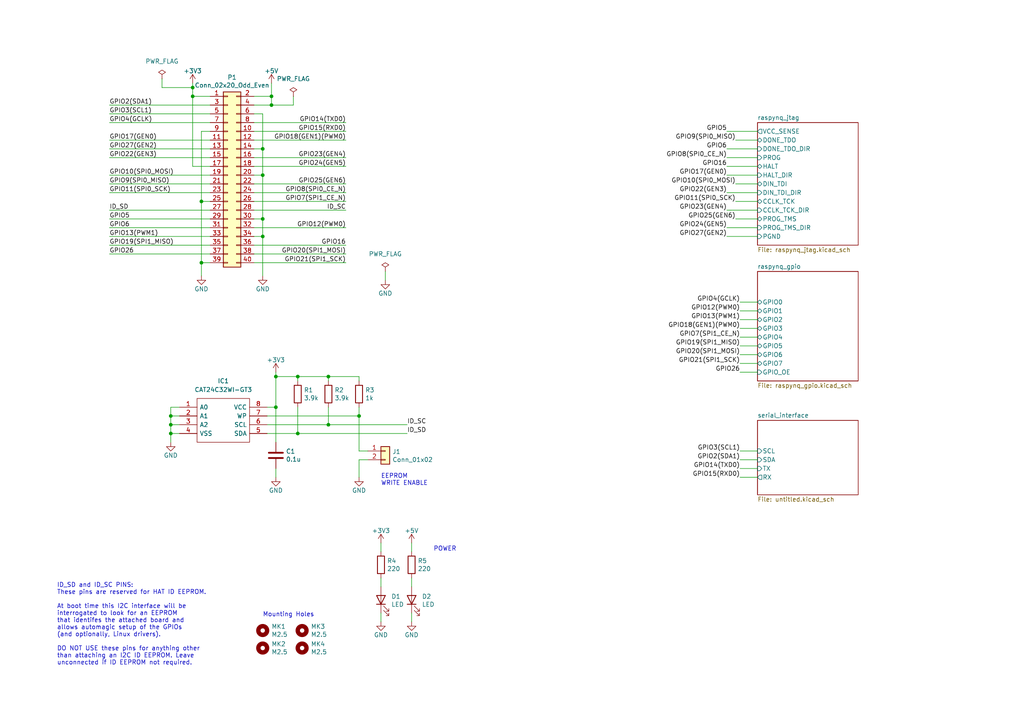
<source format=kicad_sch>
(kicad_sch (version 20211123) (generator eeschema)
  (paper "A4")
  (title_block (date "15 nov 2012"))
  (lib_symbols
    (symbol "CAT24C32WI-GT3_1" (pin_names (offset 0.762))
      (property "Reference" "IC" (at 21.59 7.62 0))
      (property "Value" "CAT24C32WI-GT3_1" (at 21.59 5.08 0))
      (symbol "CAT24C32WI-GT3_1_0_0"
        (pin passive line (at 0 0 0) (length 5.08) (name "A0") (number "1"))
        (pin passive line (at 0 -2.54 0) (length 5.08) (name "A1") (number "2"))
        (pin passive line (at 0 -5.08 0) (length 5.08) (name "A2") (number "3"))
        (pin power_in line (at 0 -7.62 0) (length 5.08) (name "VSS") (number "4"))
        (pin passive line (at 25.4 -7.62 180) (length 5.08) (name "SDA") (number "5"))
        (pin passive line (at 25.4 -5.08 180) (length 5.08) (name "SCL") (number "6"))
        (pin passive line (at 25.4 -2.54 180) (length 5.08) (name "WP") (number "7"))
        (pin power_in line (at 25.4 0 180) (length 5.08) (name "VCC") (number "8"))
      )
      (symbol "CAT24C32WI-GT3_1_0_1"
        (polyline (pts (xy 5.08 2.54) (xy 20.32 2.54) (xy 20.32 -10.16) (xy 5.08 -10.16) (xy 5.08 2.54)) (stroke (width 0.1524)))
      )
    )
    (symbol "Connector_Generic:Conn_01x02" (pin_names (offset 1.016) hide)
      (property "Reference" "J" (at 0 2.54 0))
      (property "Value" "Conn_01x02" (at 0 -5.08 0))
      (symbol "Conn_01x02_1_1"
        (rectangle (start -1.27 -2.413) (end 0 -2.667) (stroke (width 0.1524)))
        (rectangle (start -1.27 0.127) (end 0 -0.127) (stroke (width 0.1524)))
        (rectangle (start -1.27 1.27) (end 1.27 -3.81) (stroke (width 0.254)) (fill (type background)))
        (pin passive line (at -5.08 0 0) (length 3.81) (name "Pin_1") (number "1"))
        (pin passive line (at -5.08 -2.54 0) (length 3.81) (name "Pin_2") (number "2"))
      )
    )
    (symbol "Connector_Generic:Conn_02x20_Odd_Even" (pin_names (offset 1.016) hide)
      (property "Reference" "J" (at 1.27 25.4 0))
      (property "Value" "Conn_02x20_Odd_Even" (at 1.27 -27.94 0))
      (symbol "Conn_02x20_Odd_Even_1_1"
        (rectangle (start -1.27 -25.273) (end 0 -25.527) (stroke (width 0.1524)))
        (rectangle (start -1.27 -22.733) (end 0 -22.987) (stroke (width 0.1524)))
        (rectangle (start -1.27 -20.193) (end 0 -20.447) (stroke (width 0.1524)))
        (rectangle (start -1.27 -17.653) (end 0 -17.907) (stroke (width 0.1524)))
        (rectangle (start -1.27 -15.113) (end 0 -15.367) (stroke (width 0.1524)))
        (rectangle (start -1.27 -12.573) (end 0 -12.827) (stroke (width 0.1524)))
        (rectangle (start -1.27 -10.033) (end 0 -10.287) (stroke (width 0.1524)))
        (rectangle (start -1.27 -7.493) (end 0 -7.747) (stroke (width 0.1524)))
        (rectangle (start -1.27 -4.953) (end 0 -5.207) (stroke (width 0.1524)))
        (rectangle (start -1.27 -2.413) (end 0 -2.667) (stroke (width 0.1524)))
        (rectangle (start -1.27 0.127) (end 0 -0.127) (stroke (width 0.1524)))
        (rectangle (start -1.27 2.667) (end 0 2.413) (stroke (width 0.1524)))
        (rectangle (start -1.27 5.207) (end 0 4.953) (stroke (width 0.1524)))
        (rectangle (start -1.27 7.747) (end 0 7.493) (stroke (width 0.1524)))
        (rectangle (start -1.27 10.287) (end 0 10.033) (stroke (width 0.1524)))
        (rectangle (start -1.27 12.827) (end 0 12.573) (stroke (width 0.1524)))
        (rectangle (start -1.27 15.367) (end 0 15.113) (stroke (width 0.1524)))
        (rectangle (start -1.27 17.907) (end 0 17.653) (stroke (width 0.1524)))
        (rectangle (start -1.27 20.447) (end 0 20.193) (stroke (width 0.1524)))
        (rectangle (start -1.27 22.987) (end 0 22.733) (stroke (width 0.1524)))
        (rectangle (start -1.27 24.13) (end 3.81 -26.67) (stroke (width 0.254)) (fill (type background)))
        (rectangle (start 3.81 -25.273) (end 2.54 -25.527) (stroke (width 0.1524)))
        (rectangle (start 3.81 -22.733) (end 2.54 -22.987) (stroke (width 0.1524)))
        (rectangle (start 3.81 -20.193) (end 2.54 -20.447) (stroke (width 0.1524)))
        (rectangle (start 3.81 -17.653) (end 2.54 -17.907) (stroke (width 0.1524)))
        (rectangle (start 3.81 -15.113) (end 2.54 -15.367) (stroke (width 0.1524)))
        (rectangle (start 3.81 -12.573) (end 2.54 -12.827) (stroke (width 0.1524)))
        (rectangle (start 3.81 -10.033) (end 2.54 -10.287) (stroke (width 0.1524)))
        (rectangle (start 3.81 -7.493) (end 2.54 -7.747) (stroke (width 0.1524)))
        (rectangle (start 3.81 -4.953) (end 2.54 -5.207) (stroke (width 0.1524)))
        (rectangle (start 3.81 -2.413) (end 2.54 -2.667) (stroke (width 0.1524)))
        (rectangle (start 3.81 0.127) (end 2.54 -0.127) (stroke (width 0.1524)))
        (rectangle (start 3.81 2.667) (end 2.54 2.413) (stroke (width 0.1524)))
        (rectangle (start 3.81 5.207) (end 2.54 4.953) (stroke (width 0.1524)))
        (rectangle (start 3.81 7.747) (end 2.54 7.493) (stroke (width 0.1524)))
        (rectangle (start 3.81 10.287) (end 2.54 10.033) (stroke (width 0.1524)))
        (rectangle (start 3.81 12.827) (end 2.54 12.573) (stroke (width 0.1524)))
        (rectangle (start 3.81 15.367) (end 2.54 15.113) (stroke (width 0.1524)))
        (rectangle (start 3.81 17.907) (end 2.54 17.653) (stroke (width 0.1524)))
        (rectangle (start 3.81 20.447) (end 2.54 20.193) (stroke (width 0.1524)))
        (rectangle (start 3.81 22.987) (end 2.54 22.733) (stroke (width 0.1524)))
        (pin passive line (at -5.08 22.86 0) (length 3.81) (name "Pin_1") (number "1"))
        (pin passive line (at 7.62 12.7 180) (length 3.81) (name "Pin_10") (number "10"))
        (pin passive line (at -5.08 10.16 0) (length 3.81) (name "Pin_11") (number "11"))
        (pin passive line (at 7.62 10.16 180) (length 3.81) (name "Pin_12") (number "12"))
        (pin passive line (at -5.08 7.62 0) (length 3.81) (name "Pin_13") (number "13"))
        (pin passive line (at 7.62 7.62 180) (length 3.81) (name "Pin_14") (number "14"))
        (pin passive line (at -5.08 5.08 0) (length 3.81) (name "Pin_15") (number "15"))
        (pin passive line (at 7.62 5.08 180) (length 3.81) (name "Pin_16") (number "16"))
        (pin passive line (at -5.08 2.54 0) (length 3.81) (name "Pin_17") (number "17"))
        (pin passive line (at 7.62 2.54 180) (length 3.81) (name "Pin_18") (number "18"))
        (pin passive line (at -5.08 0 0) (length 3.81) (name "Pin_19") (number "19"))
        (pin passive line (at 7.62 22.86 180) (length 3.81) (name "Pin_2") (number "2"))
        (pin passive line (at 7.62 0 180) (length 3.81) (name "Pin_20") (number "20"))
        (pin passive line (at -5.08 -2.54 0) (length 3.81) (name "Pin_21") (number "21"))
        (pin passive line (at 7.62 -2.54 180) (length 3.81) (name "Pin_22") (number "22"))
        (pin passive line (at -5.08 -5.08 0) (length 3.81) (name "Pin_23") (number "23"))
        (pin passive line (at 7.62 -5.08 180) (length 3.81) (name "Pin_24") (number "24"))
        (pin passive line (at -5.08 -7.62 0) (length 3.81) (name "Pin_25") (number "25"))
        (pin passive line (at 7.62 -7.62 180) (length 3.81) (name "Pin_26") (number "26"))
        (pin passive line (at -5.08 -10.16 0) (length 3.81) (name "Pin_27") (number "27"))
        (pin passive line (at 7.62 -10.16 180) (length 3.81) (name "Pin_28") (number "28"))
        (pin passive line (at -5.08 -12.7 0) (length 3.81) (name "Pin_29") (number "29"))
        (pin passive line (at -5.08 20.32 0) (length 3.81) (name "Pin_3") (number "3"))
        (pin passive line (at 7.62 -12.7 180) (length 3.81) (name "Pin_30") (number "30"))
        (pin passive line (at -5.08 -15.24 0) (length 3.81) (name "Pin_31") (number "31"))
        (pin passive line (at 7.62 -15.24 180) (length 3.81) (name "Pin_32") (number "32"))
        (pin passive line (at -5.08 -17.78 0) (length 3.81) (name "Pin_33") (number "33"))
        (pin passive line (at 7.62 -17.78 180) (length 3.81) (name "Pin_34") (number "34"))
        (pin passive line (at -5.08 -20.32 0) (length 3.81) (name "Pin_35") (number "35"))
        (pin passive line (at 7.62 -20.32 180) (length 3.81) (name "Pin_36") (number "36"))
        (pin passive line (at -5.08 -22.86 0) (length 3.81) (name "Pin_37") (number "37"))
        (pin passive line (at 7.62 -22.86 180) (length 3.81) (name "Pin_38") (number "38"))
        (pin passive line (at -5.08 -25.4 0) (length 3.81) (name "Pin_39") (number "39"))
        (pin passive line (at 7.62 20.32 180) (length 3.81) (name "Pin_4") (number "4"))
        (pin passive line (at 7.62 -25.4 180) (length 3.81) (name "Pin_40") (number "40"))
        (pin passive line (at -5.08 17.78 0) (length 3.81) (name "Pin_5") (number "5"))
        (pin passive line (at 7.62 17.78 180) (length 3.81) (name "Pin_6") (number "6"))
        (pin passive line (at -5.08 15.24 0) (length 3.81) (name "Pin_7") (number "7"))
        (pin passive line (at 7.62 15.24 180) (length 3.81) (name "Pin_8") (number "8"))
        (pin passive line (at -5.08 12.7 0) (length 3.81) (name "Pin_9") (number "9"))
      )
    )
    (symbol "Device:C" (pin_numbers hide) (pin_names (offset 0.254))
      (property "Reference" "C" (at 0.635 2.54 0))
      (property "Value" "C" (at 0.635 -2.54 0))
      (symbol "C_0_1"
        (polyline (pts (xy -2.032 -0.762) (xy 2.032 -0.762)) (stroke (width 0.508)))
        (polyline (pts (xy -2.032 0.762) (xy 2.032 0.762)) (stroke (width 0.508)))
      )
      (symbol "C_1_1"
        (pin passive line (at 0 3.81 270) (length 2.794) (name "~") (number "1"))
        (pin passive line (at 0 -3.81 90) (length 2.794) (name "~") (number "2"))
      )
    )
    (symbol "Device:LED" (pin_numbers hide) (pin_names (offset 1.016) hide)
      (property "Reference" "D" (at 0 2.54 0))
      (property "Value" "LED" (at 0 -2.54 0))
      (symbol "LED_0_1"
        (polyline (pts (xy -1.27 -1.27) (xy -1.27 1.27)) (stroke (width 0.254)))
        (polyline (pts (xy -1.27 0) (xy 1.27 0)))
        (polyline (pts (xy 1.27 -1.27) (xy 1.27 1.27) (xy -1.27 0) (xy 1.27 -1.27)) (stroke (width 0.254)))
        (polyline (pts (xy -3.048 -0.762) (xy -4.572 -2.286) (xy -3.81 -2.286) (xy -4.572 -2.286) (xy -4.572 -1.524)))
        (polyline (pts (xy -1.778 -0.762) (xy -3.302 -2.286) (xy -2.54 -2.286) (xy -3.302 -2.286) (xy -3.302 -1.524)))
      )
      (symbol "LED_1_1"
        (pin passive line (at -3.81 0 0) (length 2.54) (name "K") (number "1"))
        (pin passive line (at 3.81 0 180) (length 2.54) (name "A") (number "2"))
      )
    )
    (symbol "Device:R" (pin_numbers hide) (pin_names (offset 0))
      (property "Reference" "R" (at 2.032 0 90))
      (property "Value" "R" (at 0 0 90))
      (symbol "R_0_1"
        (rectangle (start -1.016 -2.54) (end 1.016 2.54) (stroke (width 0.254)))
      )
      (symbol "R_1_1"
        (pin passive line (at 0 3.81 270) (length 1.27) (name "~") (number "1"))
        (pin passive line (at 0 -3.81 90) (length 1.27) (name "~") (number "2"))
      )
    )
    (symbol "power:+3.3V" (power) (pin_names (offset 0))
      (property "Value" "+3.3V" (at 0 3.556 0))
      (symbol "+3.3V_0_1"
        (polyline (pts (xy -0.762 1.27) (xy 0 2.54)))
        (polyline (pts (xy 0 0) (xy 0 2.54)))
        (polyline (pts (xy 0 2.54) (xy 0.762 1.27)))
      )
      (symbol "+3.3V_1_1"
        (pin power_in line (at 0 0 90) (length 0) hide (name "+3V3") (number "1"))
      )
    )
    (symbol "power:+5V" (power) (pin_names (offset 0))
      (property "Value" "+5V" (at 0 3.556 0))
      (symbol "+5V_0_1"
        (polyline (pts (xy -0.762 1.27) (xy 0 2.54)))
        (polyline (pts (xy 0 0) (xy 0 2.54)))
        (polyline (pts (xy 0 2.54) (xy 0.762 1.27)))
      )
      (symbol "+5V_1_1"
        (pin power_in line (at 0 0 90) (length 0) hide (name "+5V") (number "1"))
      )
    )
    (symbol "power:GND" (power) (pin_names (offset 0))
      (property "Value" "GND" (at 0 -3.81 0))
      (symbol "GND_0_1"
        (polyline (pts (xy 0 0) (xy 0 -1.27) (xy 1.27 -1.27) (xy 0 -2.54) (xy -1.27 -1.27) (xy 0 -1.27)))
      )
      (symbol "GND_1_1"
        (pin power_in line (at 0 0 270) (length 0) hide (name "GND") (number "1"))
      )
    )
    (symbol "power:PWR_FLAG" (power) (pin_numbers hide) (pin_names (offset 0) hide)
      (property "Value" "PWR_FLAG" (at 0 3.81 0))
      (symbol "PWR_FLAG_0_0"
        (pin power_out line (at 0 0 90) (length 0) (name "pwr") (number "1"))
      )
      (symbol "PWR_FLAG_0_1"
        (polyline (pts (xy 0 0) (xy 0 1.27) (xy -1.016 1.905) (xy 0 2.54) (xy 1.016 1.905) (xy 0 1.27)))
      )
    )
    (symbol "raspynq-rescue:Mounting_Hole-Mechanical" (pin_names (offset 1.016))
      (property "Reference" "MK" (at 0 5.08 0))
      (property "Value" "Mounting_Hole-Mechanical" (at 0 3.175 0))
      (symbol "Mounting_Hole-Mechanical_0_1"
        (circle (center 0 0) (radius 1.27) (stroke (width 1.27)))
      )
    )
  )
  (junction (at 86.36 109.22))
  (junction (at 80.01 109.22))
  (junction (at 55.88 25.4))
  (junction (at 76.2 68.58))
  (junction (at 76.2 50.8))
  (junction (at 49.53 123.19))
  (junction (at 95.25 109.22))
  (junction (at 49.53 125.73))
  (junction (at 76.2 63.5))
  (junction (at 49.53 120.65))
  (junction (at 86.36 125.73))
  (junction (at 78.74 30.48))
  (junction (at 104.14 120.65))
  (junction (at 95.25 123.19))
  (junction (at 80.01 118.11))
  (junction (at 76.2 43.18))
  (junction (at 58.42 58.42))
  (junction (at 58.42 76.2))
  (junction (at 55.88 27.94))
  (junction (at 78.74 27.94))
  (wire (pts (xy 49.53 118.11) (xy 49.53 120.65)))
  (wire (pts (xy 95.25 109.22) (xy 95.25 110.49)))
  (wire (pts (xy 214.63 97.79) (xy 219.71 97.79)))
  (wire (pts (xy 31.75 35.56) (xy 60.96 35.56)))
  (wire (pts (xy 60.96 30.48) (xy 31.75 30.48)))
  (wire (pts (xy 119.38 180.34) (xy 119.38 177.8)))
  (wire (pts (xy 58.42 76.2) (xy 60.96 76.2)))
  (wire (pts (xy 104.14 133.35) (xy 104.14 138.43)))
  (wire (pts (xy 104.14 120.65) (xy 104.14 118.11)))
  (wire (pts (xy 49.53 120.65) (xy 49.53 123.19)))
  (wire (pts (xy 219.71 63.5) (xy 213.36 63.5)))
  (wire (pts (xy 76.2 68.58) (xy 76.2 80.01)))
  (wire (pts (xy 52.07 120.65) (xy 49.53 120.65)))
  (wire (pts (xy 214.63 130.81) (xy 219.71 130.81)))
  (wire (pts (xy 73.66 40.64) (xy 100.33 40.64)))
  (wire (pts (xy 95.25 109.22) (xy 104.14 109.22)))
  (wire (pts (xy 31.75 73.66) (xy 60.96 73.66)))
  (wire (pts (xy 73.66 55.88) (xy 100.33 55.88)))
  (wire (pts (xy 219.71 40.64) (xy 213.36 40.64)))
  (wire (pts (xy 31.75 53.34) (xy 60.96 53.34)))
  (wire (pts (xy 77.47 123.19) (xy 95.25 123.19)))
  (wire (pts (xy 58.42 38.1) (xy 58.42 58.42)))
  (wire (pts (xy 110.49 157.48) (xy 110.49 160.02)))
  (wire (pts (xy 214.63 138.43) (xy 219.71 138.43)))
  (wire (pts (xy 73.66 53.34) (xy 100.33 53.34)))
  (wire (pts (xy 210.82 66.04) (xy 219.71 66.04)))
  (wire (pts (xy 210.82 43.18) (xy 219.71 43.18)))
  (wire (pts (xy 111.76 78.74) (xy 111.76 81.28)))
  (wire (pts (xy 110.49 177.8) (xy 110.49 180.34)))
  (wire (pts (xy 210.82 55.88) (xy 219.71 55.88)))
  (wire (pts (xy 76.2 43.18) (xy 73.66 43.18)))
  (wire (pts (xy 73.66 58.42) (xy 100.33 58.42)))
  (wire (pts (xy 86.36 109.22) (xy 80.01 109.22)))
  (wire (pts (xy 55.88 25.4) (xy 55.88 27.94)))
  (wire (pts (xy 210.82 50.8) (xy 219.71 50.8)))
  (wire (pts (xy 219.71 53.34) (xy 213.36 53.34)))
  (wire (pts (xy 58.42 38.1) (xy 60.96 38.1)))
  (wire (pts (xy 73.66 45.72) (xy 100.33 45.72)))
  (wire (pts (xy 73.66 35.56) (xy 100.33 35.56)))
  (wire (pts (xy 85.09 30.48) (xy 78.74 30.48)))
  (wire (pts (xy 31.75 43.18) (xy 60.96 43.18)))
  (wire (pts (xy 73.66 48.26) (xy 100.33 48.26)))
  (wire (pts (xy 210.82 38.1) (xy 219.71 38.1)))
  (wire (pts (xy 31.75 63.5) (xy 60.96 63.5)))
  (wire (pts (xy 104.14 120.65) (xy 104.14 130.81)))
  (wire (pts (xy 214.63 133.35) (xy 219.71 133.35)))
  (wire (pts (xy 46.99 25.4) (xy 55.88 25.4)))
  (wire (pts (xy 73.66 73.66) (xy 100.33 73.66)))
  (wire (pts (xy 77.47 118.11) (xy 80.01 118.11)))
  (wire (pts (xy 73.66 76.2) (xy 100.33 76.2)))
  (wire (pts (xy 73.66 71.12) (xy 100.33 71.12)))
  (wire (pts (xy 52.07 125.73) (xy 49.53 125.73)))
  (wire (pts (xy 76.2 63.5) (xy 76.2 68.58)))
  (wire (pts (xy 77.47 120.65) (xy 104.14 120.65)))
  (wire (pts (xy 60.96 60.96) (xy 31.75 60.96)))
  (wire (pts (xy 214.63 107.95) (xy 219.71 107.95)))
  (wire (pts (xy 214.63 135.89) (xy 219.71 135.89)))
  (wire (pts (xy 80.01 107.95) (xy 80.01 109.22)))
  (wire (pts (xy 58.42 76.2) (xy 58.42 80.01)))
  (wire (pts (xy 60.96 40.64) (xy 31.75 40.64)))
  (wire (pts (xy 76.2 33.02) (xy 76.2 43.18)))
  (wire (pts (xy 78.74 24.13) (xy 78.74 27.94)))
  (wire (pts (xy 60.96 68.58) (xy 31.75 68.58)))
  (wire (pts (xy 214.63 87.63) (xy 219.71 87.63)))
  (wire (pts (xy 78.74 30.48) (xy 73.66 30.48)))
  (wire (pts (xy 214.63 95.25) (xy 219.71 95.25)))
  (wire (pts (xy 31.75 45.72) (xy 60.96 45.72)))
  (wire (pts (xy 85.09 27.94) (xy 85.09 30.48)))
  (wire (pts (xy 76.2 50.8) (xy 73.66 50.8)))
  (wire (pts (xy 214.63 92.71) (xy 219.71 92.71)))
  (wire (pts (xy 49.53 123.19) (xy 49.53 125.73)))
  (wire (pts (xy 86.36 110.49) (xy 86.36 109.22)))
  (wire (pts (xy 52.07 123.19) (xy 49.53 123.19)))
  (wire (pts (xy 76.2 63.5) (xy 73.66 63.5)))
  (wire (pts (xy 214.63 100.33) (xy 219.71 100.33)))
  (wire (pts (xy 46.99 22.86) (xy 46.99 25.4)))
  (wire (pts (xy 31.75 33.02) (xy 60.96 33.02)))
  (wire (pts (xy 214.63 102.87) (xy 219.71 102.87)))
  (wire (pts (xy 210.82 60.96) (xy 219.71 60.96)))
  (wire (pts (xy 95.25 123.19) (xy 118.11 123.19)))
  (wire (pts (xy 86.36 125.73) (xy 77.47 125.73)))
  (wire (pts (xy 73.66 66.04) (xy 100.33 66.04)))
  (wire (pts (xy 214.63 105.41) (xy 219.71 105.41)))
  (wire (pts (xy 31.75 71.12) (xy 60.96 71.12)))
  (wire (pts (xy 60.96 50.8) (xy 31.75 50.8)))
  (wire (pts (xy 80.01 135.89) (xy 80.01 138.43)))
  (wire (pts (xy 76.2 50.8) (xy 76.2 63.5)))
  (wire (pts (xy 104.14 109.22) (xy 104.14 110.49)))
  (wire (pts (xy 76.2 43.18) (xy 76.2 50.8)))
  (wire (pts (xy 86.36 109.22) (xy 95.25 109.22)))
  (wire (pts (xy 119.38 160.02) (xy 119.38 157.48)))
  (wire (pts (xy 55.88 24.13) (xy 55.88 25.4)))
  (wire (pts (xy 73.66 60.96) (xy 100.33 60.96)))
  (wire (pts (xy 31.75 55.88) (xy 60.96 55.88)))
  (wire (pts (xy 210.82 45.72) (xy 219.71 45.72)))
  (wire (pts (xy 219.71 58.42) (xy 213.36 58.42)))
  (wire (pts (xy 55.88 27.94) (xy 55.88 48.26)))
  (wire (pts (xy 80.01 109.22) (xy 80.01 118.11)))
  (wire (pts (xy 86.36 125.73) (xy 118.11 125.73)))
  (wire (pts (xy 55.88 48.26) (xy 60.96 48.26)))
  (wire (pts (xy 119.38 170.18) (xy 119.38 167.64)))
  (wire (pts (xy 110.49 167.64) (xy 110.49 170.18)))
  (wire (pts (xy 73.66 38.1) (xy 100.33 38.1)))
  (wire (pts (xy 106.68 133.35) (xy 104.14 133.35)))
  (wire (pts (xy 58.42 58.42) (xy 60.96 58.42)))
  (wire (pts (xy 49.53 125.73) (xy 49.53 128.27)))
  (wire (pts (xy 76.2 68.58) (xy 73.66 68.58)))
  (wire (pts (xy 80.01 118.11) (xy 80.01 128.27)))
  (wire (pts (xy 78.74 27.94) (xy 78.74 30.48)))
  (wire (pts (xy 76.2 33.02) (xy 73.66 33.02)))
  (wire (pts (xy 78.74 27.94) (xy 73.66 27.94)))
  (wire (pts (xy 104.14 130.81) (xy 106.68 130.81)))
  (wire (pts (xy 86.36 118.11) (xy 86.36 125.73)))
  (wire (pts (xy 55.88 27.94) (xy 60.96 27.94)))
  (wire (pts (xy 31.75 66.04) (xy 60.96 66.04)))
  (wire (pts (xy 210.82 48.26) (xy 219.71 48.26)))
  (wire (pts (xy 58.42 58.42) (xy 58.42 76.2)))
  (wire (pts (xy 210.82 68.58) (xy 219.71 68.58)))
  (wire (pts (xy 52.07 118.11) (xy 49.53 118.11)))
  (wire (pts (xy 214.63 90.17) (xy 219.71 90.17)))
  (wire (pts (xy 95.25 123.19) (xy 95.25 118.11)))
  (text "Mounting Holes" (at 76.2 179.07 0) (effects (font (size 1.27 1.27)) (justify left bottom)))
  (text "EEPROM\nWRITE ENABLE" (at 110.49 140.97 0) (effects (font (size 1.27 1.27)) (justify left bottom)))
  (text "ID_SD and ID_SC PINS:\nThese pins are reserved for HAT ID EEPROM.\n\nAt boot time this I2C interface will be\ninterrogated to look for an EEPROM\nthat identifes the attached board and\nallows automagic setup of the GPIOs\n(and optionally, Linux drivers).\n\nDO NOT USE these pins for anything other\nthan attaching an I2C ID EEPROM. Leave\nunconnected if ID EEPROM not required." (at 16.51 193.04 0) (effects (font (size 1.27 1.27)) (justify left bottom)))
  (text "POWER" (at 125.73 160.02 0) (effects (font (size 1.27 1.27)) (justify left bottom)))
  (label "GPIO8(SPI0_CE_N)" (at 100.33 55.88 180))
  (label "GPIO8(SPI0_CE_N)" (at 210.82 45.72 180))
  (label "GPIO9(SPI0_MISO)" (at 31.75 53.34 0))
  (label "GPIO10(SPI0_MOSI)" (at 213.36 53.34 180))
  (label "GPIO11(SPI0_SCK)" (at 213.36 58.42 180))
  (label "GPIO23(GEN4)" (at 210.82 60.96 180))
  (label "GPIO26" (at 214.63 107.95 180))
  (label "GPIO17(GEN0)" (at 210.82 50.8 180))
  (label "GPIO11(SPI0_SCK)" (at 31.75 55.88 0))
  (label "GPIO7(SPI1_CE_N)" (at 214.63 97.79 180))
  (label "GPIO24(GEN5)" (at 100.33 48.26 180))
  (label "ID_SC" (at 100.33 60.96 180))
  (label "ID_SD" (at 118.11 125.73 0))
  (label "GPIO2(SDA1)" (at 214.63 133.35 180))
  (label "GPIO21(SPI1_SCK)" (at 100.33 76.2 180))
  (label "GPIO10(SPI0_MOSI)" (at 31.75 50.8 0))
  (label "ID_SD" (at 31.75 60.96 0))
  (label "GPIO18(GEN1)(PWM0)" (at 214.63 95.25 180))
  (label "GPIO3(SCL1)" (at 31.75 33.02 0))
  (label "GPIO17(GEN0)" (at 31.75 40.64 0))
  (label "GPIO14(TXD0)" (at 100.33 35.56 180))
  (label "GPIO22(GEN3)" (at 31.75 45.72 0))
  (label "GPIO18(GEN1)(PWM0)" (at 100.33 40.64 180))
  (label "GPIO12(PWM0)" (at 214.63 90.17 180))
  (label "GPIO22(GEN3)" (at 210.82 55.88 180))
  (label "GPIO4(GCLK)" (at 214.63 87.63 180))
  (label "GPIO15(RXD0)" (at 100.33 38.1 180))
  (label "GPIO14(TXD0)" (at 214.63 135.89 180))
  (label "GPIO6" (at 210.82 43.18 180))
  (label "GPIO16" (at 210.82 48.26 180))
  (label "GPIO20(SPI1_MOSI)" (at 214.63 102.87 180))
  (label "GPIO12(PWM0)" (at 100.33 66.04 180))
  (label "GPIO6" (at 31.75 66.04 0))
  (label "GPIO7(SPI1_CE_N)" (at 100.33 58.42 180))
  (label "GPIO4(GCLK)" (at 31.75 35.56 0))
  (label "GPIO21(SPI1_SCK)" (at 214.63 105.41 180))
  (label "GPIO19(SPI1_MISO)" (at 214.63 100.33 180))
  (label "GPIO15(RXD0)" (at 214.63 138.43 180))
  (label "GPIO5" (at 31.75 63.5 0))
  (label "ID_SC" (at 118.11 123.19 0))
  (label "GPIO25(GEN6)" (at 213.36 63.5 180))
  (label "GPIO13(PWM1)" (at 31.75 68.58 0))
  (label "GPIO20(SPI1_MOSI)" (at 100.33 73.66 180))
  (label "GPIO16" (at 100.33 71.12 180))
  (label "GPIO25(GEN6)" (at 100.33 53.34 180))
  (label "GPIO27(GEN2)" (at 31.75 43.18 0))
  (label "GPIO9(SPI0_MISO)" (at 213.36 40.64 180))
  (label "GPIO3(SCL1)" (at 214.63 130.81 180))
  (label "GPIO2(SDA1)" (at 31.75 30.48 0))
  (label "GPIO27(GEN2)" (at 210.82 68.58 180))
  (label "GPIO23(GEN4)" (at 100.33 45.72 180))
  (label "GPIO13(PWM1)" (at 214.63 92.71 180))
  (label "GPIO19(SPI1_MISO)" (at 31.75 71.12 0))
  (label "GPIO5" (at 210.82 38.1 180))
  (label "GPIO26" (at 31.75 73.66 0))
  (label "GPIO24(GEN5)" (at 210.82 66.04 180))
  (symbol (lib_id "power:+5V") (at 78.74 24.13 0) (unit 1)
    (property "Reference" "#PWR01" (effects hide))
    (property "Value" "+5V" (at 78.74 20.574 0))
  )
  (symbol (lib_id "power:+3.3V") (at 55.88 24.13 0) (unit 1)
    (property "Reference" "#PWR04" (effects hide))
    (property "Value" "+3.3V" (at 55.88 20.574 0))
  )
  (symbol (lib_id "power:GND") (at 76.2 80.01 0) (unit 1)
    (property "Reference" "#PWR02" (effects hide))
    (property "Value" "GND" (at 76.2 83.82 0))
  )
  (symbol (lib_id "power:GND") (at 58.42 80.01 0) (unit 1)
    (property "Reference" "#PWR03" (effects hide))
    (property "Value" "GND" (at 58.42 83.82 0))
  )
  (symbol (lib_id "raspynq-rescue:Mounting_Hole-Mechanical") (at 76.2 182.88 0) (unit 1)
    (property "Reference" "MK1" (at 78.74 181.7116 0) (effects (justify left)))
    (property "Value" "M2.5" (at 78.74 184.023 0) (effects (justify left)))
    (property "Footprint" "MountingHole:MountingHole_2.7mm_M2.5" (effects hide))
  )
  (symbol (lib_id "raspynq-rescue:Mounting_Hole-Mechanical") (at 87.63 182.88 0) (unit 1)
    (property "Reference" "MK3" (at 90.17 181.7116 0) (effects (justify left)))
    (property "Value" "M2.5" (at 90.17 184.023 0) (effects (justify left)))
    (property "Footprint" "MountingHole:MountingHole_2.7mm_M2.5" (effects hide))
  )
  (symbol (lib_id "raspynq-rescue:Mounting_Hole-Mechanical") (at 76.2 187.96 0) (unit 1)
    (property "Reference" "MK2" (at 78.74 186.7916 0) (effects (justify left)))
    (property "Value" "M2.5" (at 78.74 189.103 0) (effects (justify left)))
    (property "Footprint" "MountingHole:MountingHole_2.7mm_M2.5" (effects hide))
  )
  (symbol (lib_id "raspynq-rescue:Mounting_Hole-Mechanical") (at 87.63 187.96 0) (unit 1)
    (property "Reference" "MK4" (at 90.17 186.7916 0) (effects (justify left)))
    (property "Value" "M2.5" (at 90.17 189.103 0) (effects (justify left)))
    (property "Footprint" "MountingHole:MountingHole_2.7mm_M2.5" (effects hide))
  )
  (symbol (lib_id "Connector_Generic:Conn_02x20_Odd_Even") (at 66.04 50.8 0) (unit 1)
    (property "Reference" "P1" (at 67.31 22.4282 0))
    (property "Value" "Conn_02x20_Odd_Even" (at 67.31 24.7396 0))
    (property "Footprint" "Connector_PinSocket_2.54mm:PinSocket_2x20_P2.54mm_Vertical" (effects hide))
  )
  (symbol (lib_id "Device:R") (at 86.36 114.3 0) (unit 1)
    (property "Reference" "R1" (at 88.138 113.1316 0) (effects (justify left)))
    (property "Value" "3.9k" (at 88.138 115.443 0) (effects (justify left)))
    (property "Footprint" "Resistor_SMD:R_0805_2012Metric_Pad1.20x1.40mm_HandSolder" (effects hide))
  )
  (symbol (lib_id "Device:R") (at 95.25 114.3 0) (unit 1)
    (property "Reference" "R2" (at 97.028 113.1316 0) (effects (justify left)))
    (property "Value" "3.9k" (at 97.028 115.443 0) (effects (justify left)))
    (property "Footprint" "Resistor_SMD:R_0805_2012Metric_Pad1.20x1.40mm_HandSolder" (effects hide))
  )
  (symbol (lib_id "Device:R") (at 104.14 114.3 0) (unit 1)
    (property "Reference" "R3" (at 105.918 113.1316 0) (effects (justify left)))
    (property "Value" "1k" (at 105.918 115.443 0) (effects (justify left)))
    (property "Footprint" "Resistor_SMD:R_0805_2012Metric_Pad1.20x1.40mm_HandSolder" (effects hide))
  )
  (symbol (lib_id "Device:C") (at 80.01 132.08 0) (unit 1)
    (property "Reference" "C1" (at 82.931 130.9116 0) (effects (justify left)))
    (property "Value" "0.1u" (at 82.931 133.223 0) (effects (justify left)))
    (property "Footprint" "Capacitor_SMD:C_0805_2012Metric_Pad1.18x1.45mm_HandSolder" (effects hide))
  )
  (symbol (lib_id "Connector_Generic:Conn_01x02") (at 111.76 130.81 0) (unit 1)
    (property "Reference" "J1" (at 113.792 131.0132 0) (effects (justify left)))
    (property "Value" "Conn_01x02" (at 113.792 133.3246 0) (effects (justify left)))
    (property "Footprint" "Connector_PinHeader_2.54mm:PinHeader_1x02_P2.54mm_Vertical" (effects hide))
  )
  (symbol (lib_id "power:+3.3V") (at 80.01 107.95 0) (unit 1)
    (property "Reference" "#PWR06" (effects hide))
    (property "Value" "+3.3V" (at 80.01 104.394 0))
  )
  (symbol (lib_id "power:GND") (at 49.53 128.27 0) (unit 1)
    (property "Reference" "#PWR05" (effects hide))
    (property "Value" "GND" (at 49.53 132.08 0))
  )
  (symbol (lib_id "power:GND") (at 80.01 138.43 0) (unit 1)
    (property "Reference" "#PWR07" (effects hide))
    (property "Value" "GND" (at 80.01 142.24 0))
  )
  (symbol (lib_id "power:GND") (at 104.14 138.43 0) (unit 1)
    (property "Reference" "#PWR08" (effects hide))
    (property "Value" "GND" (at 104.14 142.24 0))
  )
  (symbol (lib_id "Device:R") (at 110.49 163.83 0) (unit 1)
    (property "Reference" "R4" (at 112.268 162.6616 0) (effects (justify left)))
    (property "Value" "220" (at 112.268 164.973 0) (effects (justify left)))
    (property "Footprint" "Resistor_SMD:R_0805_2012Metric_Pad1.20x1.40mm_HandSolder" (effects hide))
  )
  (symbol (lib_id "Device:LED") (at 110.49 173.99 90) (unit 1)
    (property "Reference" "D1" (at 113.4872 172.9994 90) (effects (justify right)))
    (property "Value" "LED" (at 113.4872 175.3108 90) (effects (justify right)))
    (property "Footprint" "LED_SMD:LED_0805_2012Metric_Pad1.15x1.40mm_HandSolder" (effects hide))
  )
  (symbol (lib_id "Device:LED") (at 119.38 173.99 90) (unit 1)
    (property "Reference" "D2" (at 122.3772 172.9994 90) (effects (justify right)))
    (property "Value" "LED" (at 122.3772 175.3108 90) (effects (justify right)))
    (property "Footprint" "LED_SMD:LED_0805_2012Metric_Pad1.15x1.40mm_HandSolder" (effects hide))
  )
  (symbol (lib_id "Device:R") (at 119.38 163.83 0) (unit 1)
    (property "Reference" "R5" (at 121.158 162.6616 0) (effects (justify left)))
    (property "Value" "220" (at 121.158 164.973 0) (effects (justify left)))
    (property "Footprint" "Resistor_SMD:R_0805_2012Metric_Pad1.20x1.40mm_HandSolder" (effects hide))
  )
  (symbol (lib_id "power:+3.3V") (at 110.49 157.48 0) (unit 1)
    (property "Reference" "#PWR09" (effects hide))
    (property "Value" "+3.3V" (at 110.49 153.924 0))
  )
  (symbol (lib_id "power:+5V") (at 119.38 157.48 0) (unit 1)
    (property "Reference" "#PWR011" (effects hide))
    (property "Value" "+5V" (at 119.38 153.924 0))
  )
  (symbol (lib_id "power:GND") (at 110.49 180.34 0) (unit 1)
    (property "Reference" "#PWR010" (effects hide))
    (property "Value" "GND" (at 110.49 184.15 0))
  )
  (symbol (lib_id "power:GND") (at 119.38 180.34 0) (unit 1)
    (property "Reference" "#PWR012" (effects hide))
    (property "Value" "GND" (at 119.38 184.15 0))
  )
  (symbol (lib_id "power:PWR_FLAG") (at 111.76 78.74 0) (unit 1)
    (property "Reference" "#FLG0102" (effects hide))
    (property "Value" "PWR_FLAG" (at 111.76 73.66 0))
  )
  (symbol (lib_id "power:PWR_FLAG") (at 85.09 27.94 0) (unit 1)
    (property "Reference" "#FLG0101" (effects hide))
    (property "Value" "PWR_FLAG" (at 85.09 22.86 0))
  )
  (symbol (lib_id "power:PWR_FLAG") (at 46.99 22.86 0) (unit 1)
    (property "Reference" "#FLG02" (effects hide))
    (property "Value" "PWR_FLAG" (at 46.99 17.78 0))
  )
  (symbol (lib_id "power:GND") (at 111.76 81.28 0) (unit 1)
    (property "Reference" "#PWR0101" (effects hide))
    (property "Value" "GND" (at 111.76 85.09 0))
  )
  (symbol (lib_name "CAT24C32WI-GT3_1") (lib_id "LibraryLoader:CAT24C32WI-GT3") (at 52.07 118.11 0) (unit 1)
    (property "Reference" "IC1" (at 64.77 110.49 0))
    (property "Value" "CAT24C32WI-GT3" (at 64.77 113.03 0))
    (property "Footprint" "LibraryLoader:SOIC127P600X175-8N" (effects hide))
    (property "Datasheet" "http://www.onsemi.com/pub/Collateral/CAT24C32-D.PDF" (effects hide))
    (property "Description" "EEPROM Serial-I2C 32K 4Kx8 1.8V/5V SOIC8 CAT24C32WI-GT3, EEPROM Memory 32kbit,, 4096 x, 8bit, Serial-I2C 1.7  5.5 V, 8-Pin SOIC" (effects hide))
    (property "Height" "1.75" (effects hide))
    (property "Mouser Part Number" "698-CAT24C32WI-GT3" (effects hide))
    (property "Mouser Price/Stock" "https://www.mouser.co.uk/ProductDetail/onsemi/CAT24C32WI-GT3?qs=rZgeL6XvLwaTa79VuYkKQA%3D%3D" (effects hide))
    (property "Manufacturer_Name" "ON Semiconductor" (effects hide))
    (property "Manufacturer_Part_Number" "CAT24C32WI-GT3" (effects hide))
  )
  (sheet (at 219.71 35.56) (size 29.21 35.56)
    (property "Sheet name" "raspynq_jtag" (at 219.71 34.8484 0) (effects (justify left bottom)))
    (property "Sheet file" "raspynq_jtag.kicad_sch" (at 219.71 71.7046 0) (effects (justify left top)))
    (pin "VCC_SENSE" output (at 219.71 38.1 180))
    (pin "DONE_TDO" bidirectional (at 219.71 40.64 180))
    (pin "DONE_TDO_DIR" input (at 219.71 43.18 180))
    (pin "PROG" input (at 219.71 45.72 180))
    (pin "HALT" bidirectional (at 219.71 48.26 180))
    (pin "HALT_DIR" input (at 219.71 50.8 180))
    (pin "DIN_TDI" bidirectional (at 219.71 53.34 180))
    (pin "DIN_TDI_DIR" input (at 219.71 55.88 180))
    (pin "CCLK_TCK" bidirectional (at 219.71 58.42 180))
    (pin "CCLK_TCK_DIR" input (at 219.71 60.96 180))
    (pin "PROG_TMS" bidirectional (at 219.71 63.5 180))
    (pin "PROG_TMS_DIR" input (at 219.71 66.04 180))
    (pin "PGND" input (at 219.71 68.58 180))
  )
  (sheet (at 219.71 78.74) (size 29.21 31.75)
    (property "Sheet name" "raspynq_gpio" (at 219.71 78.0284 0) (effects (justify left bottom)))
    (property "Sheet file" "raspynq_gpio.kicad_sch" (at 219.71 111.0746 0) (effects (justify left top)))
    (pin "GPIO5" bidirectional (at 219.71 100.33 180))
    (pin "GPIO4" bidirectional (at 219.71 97.79 180))
    (pin "GPIO6" bidirectional (at 219.71 102.87 180))
    (pin "GPIO7" bidirectional (at 219.71 105.41 180))
    (pin "GPIO_OE" input (at 219.71 107.95 180))
    (pin "GPIO3" bidirectional (at 219.71 95.25 180))
    (pin "GPIO2" bidirectional (at 219.71 92.71 180))
    (pin "GPIO1" bidirectional (at 219.71 90.17 180))
    (pin "GPIO0" bidirectional (at 219.71 87.63 180))
  )
  (sheet (at 219.71 121.92) (size 29.21 21.59) (stroke (width 0.1524))
    (property "Sheet name" "serial_interface" (at 219.71 121.2084 0) (effects (justify left bottom)))
    (property "Sheet file" "untitled.kicad_sch" (at 219.71 144.0946 0) (effects (justify left top)))
    (pin "RX" output (at 219.71 138.43 180))
    (pin "TX" input (at 219.71 135.89 180))
    (pin "SCL" input (at 219.71 130.81 180))
    (pin "SDA" input (at 219.71 133.35 180))
  )
)
</source>
